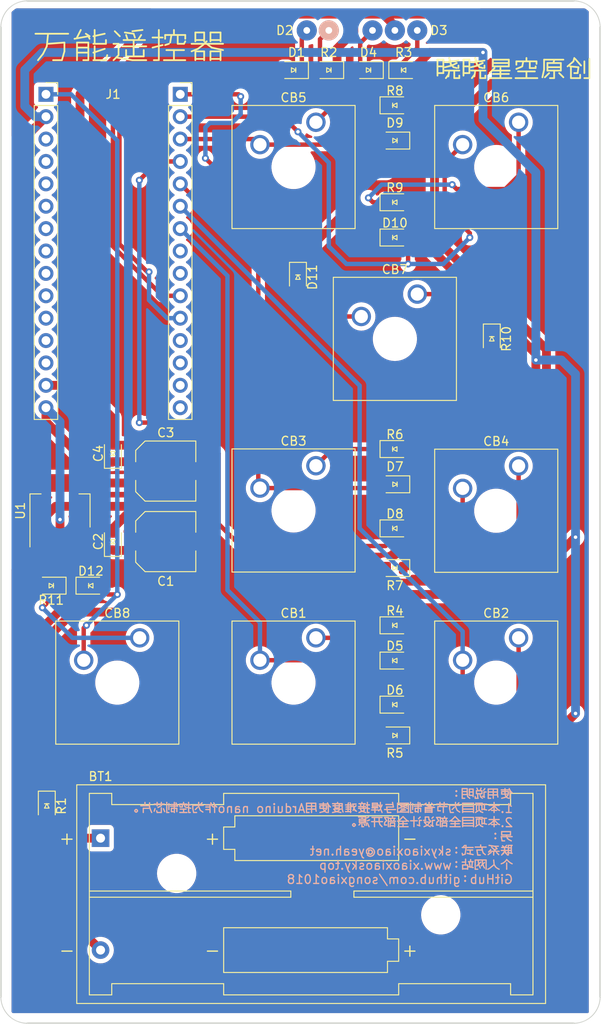
<source format=kicad_pcb>
(kicad_pcb (version 20211014) (generator pcbnew)
  (layers (0 "F.Cu" signal) (31 "B.Cu" signal) (34 "B.Paste" user) (35 "F.Paste" user) (36 "B.SilkS" user "B.Silkscreen") (37 "F.SilkS" user "F.Silkscreen") (38 "B.Mask" user) (39 "F.Mask" user) (44 "Edge.Cuts" user))
  (net 0 "")
  (net 1 "Net-(BT1-Pad1)")
  (net 2 "GND")
  (net 3 "Net-(C1-Pad1)")
  (net 4 "/5V")
  (net 5 "Net-(CB1-Pad1)")
  (net 6 "/D6")
  (net 7 "Net-(CB2-Pad1)")
  (net 8 "/D7")
  (net 9 "Net-(CB3-Pad1)")
  (net 10 "/D8")
  (net 11 "Net-(CB4-Pad1)")
  (net 12 "/D9")
  (net 13 "Net-(CB5-Pad1)")
  (net 14 "/D10")
  (net 15 "Net-(CB6-Pad1)")
  (net 16 "/D11")
  (net 17 "Net-(CB7-Pad1)")
  (net 18 "/D12")
  (net 19 "Net-(CB8-Pad1)")
  (net 20 "/D13")
  (net 21 "Net-(D1-Pad1)")
  (net 22 "/D3")
  (net 23 "Net-(D2-Pad1)")
  (net 24 "Net-(D3-Pad2)")
  (net 25 "/D2")
  (net 26 "+3.3V")
  (net 44 "Net-(D3-Pad3)")
  (footprint "my_pcbmode:C_Elec_6.3x7.7" (layer "F.Cu") (at 127 100.5)
    (fp_text reference "C1" (at 0 4.5) (layer "F.SilkS"))
    (fp_text value "220uF")
    (pad "1" smd roundrect (at -2.5375 0) (size 3.325 1.6) (layers "F.Cu" "F.Paste" "F.Mask") (roundrect_rratio 0.15625) (net 3 "Net-(C1-Pad1)"))
    (pad "2" smd roundrect (at 2.5375 0) (size 3.325 1.6) (layers "F.Cu" "F.Paste" "F.Mask") (roundrect_rratio 0.15625) (net 2 "GND"))
  )
  (footprint "my_pcbmode:SW_Cherry_MX_1.00u_Plate" (layer "F.Cu") (at 167.04 52.92)
    (fp_text reference "CB6" (at -2.54 -2.794) (layer "F.SilkS"))
    (fp_text value "Live")
    (pad "" np_thru_hole circle (at -2.54 5.08) (size 4 4) (drill 4) (layers *.Cu *.Mask))
    (pad "1" thru_hole circle (at 0 0) (size 2.2 2.2) (drill 1.5) (layers *.Cu *.Mask) (net 15 "Net-(CB6-Pad1)"))
    (pad "2" thru_hole circle (at -6.35 2.54) (size 2.2 2.2) (drill 1.5) (layers *.Cu *.Mask) (net 16 "/D11"))
  )
  (footprint "my_pcbmode:LED_0805_2012Metric" (layer "F.Cu") (at 114 105.5 180)
    (fp_text reference "R11" (at 0 -1.65) (layer "F.SilkS"))
    (fp_text value "220R")
    (pad "1" smd roundrect (at -0.9375 0 180) (size 0.975 1.4) (layers "F.Cu" "F.Paste" "F.Mask") (net 19 "Net-(CB8-Pad1)"))
    (pad "2" smd roundrect (at 0.9375 0 180) (size 0.975 1.4) (layers "F.Cu" "F.Paste" "F.Mask") (net 26 "+3.3V"))
  )
  (footprint "my_pcbmode:LED_0805_2012Metric" (layer "F.Cu") (at 153 90)
    (fp_text reference "R6" (at 0 -1.65) (layer "F.SilkS"))
    (fp_text value "220R")
    (pad "1" smd roundrect (at -0.9375 0) (size 0.975 1.4) (layers "F.Cu" "F.Paste" "F.Mask") (net 9 "Net-(CB3-Pad1)"))
    (pad "2" smd roundrect (at 0.9375 0) (size 0.975 1.4) (layers "F.Cu" "F.Paste" "F.Mask") (net 26 "+3.3V"))
  )
  (footprint "my_pcbmode:SW_Cherry_MX_1.00u_Plate" (layer "F.Cu") (at 167.04 91.92)
    (fp_text reference "CB4" (at -2.54 -2.794) (layer "F.SilkS"))
    (fp_text value "Channel-")
    (pad "" np_thru_hole circle (at -2.54 5.08) (size 4 4) (drill 4) (layers *.Cu *.Mask))
    (pad "1" thru_hole circle (at 0 0) (size 2.2 2.2) (drill 1.5) (layers *.Cu *.Mask) (net 11 "Net-(CB4-Pad1)"))
    (pad "2" thru_hole circle (at -6.35 2.54) (size 2.2 2.2) (drill 1.5) (layers *.Cu *.Mask) (net 12 "/D9"))
  )
  (footprint "my_pcbmode:LED_0805_2012Metric" (layer "F.Cu") (at 153 122.5 180)
    (fp_text reference "R5" (at 0 -2) (layer "F.SilkS"))
    (fp_text value "220R")
    (pad "1" smd roundrect (at -0.9375 0 180) (size 0.975 1.4) (layers "F.Cu" "F.Paste" "F.Mask") (net 7 "Net-(CB2-Pad1)"))
    (pad "2" smd roundrect (at 0.9375 0 180) (size 0.975 1.4) (layers "F.Cu" "F.Paste" "F.Mask") (net 26 "+3.3V"))
  )
  (footprint "my_pcbmode:SW_Cherry_MX_1.00u_Plate" (layer "F.Cu") (at 144.04 91.89)
    (fp_text reference "CB3" (at -2.54 -2.794) (layer "F.SilkS"))
    (fp_text value "Channel+")
    (pad "" np_thru_hole circle (at -2.54 5.08) (size 4 4) (drill 4) (layers *.Cu *.Mask))
    (pad "1" thru_hole circle (at 0 0) (size 2.2 2.2) (drill 1.5) (layers *.Cu *.Mask) (net 9 "Net-(CB3-Pad1)"))
    (pad "2" thru_hole circle (at -6.35 2.54) (size 2.2 2.2) (drill 1.5) (layers *.Cu *.Mask) (net 10 "/D8"))
  )
  (footprint "my_pcbmode:LED_0805_2012Metric" (layer "F.Cu") (at 153 119)
    (fp_text reference "D6" (at 0 -1.65) (layer "F.SilkS"))
    (fp_text value "LED")
    (pad "1" smd roundrect (at -0.9375 0) (size 0.975 1.4) (layers "F.Cu" "F.Paste" "F.Mask") (net 2 "GND"))
    (pad "2" smd roundrect (at 0.9375 0) (size 0.975 1.4) (layers "F.Cu" "F.Paste" "F.Mask") (net 8 "/D7"))
  )
  (footprint "my_pcbmode:LED_0805_2012Metric" (layer "F.Cu") (at 153 66)
    (fp_text reference "D10" (at 0 -1.65) (layer "F.SilkS"))
    (fp_text value "LED")
    (pad "1" smd roundrect (at -0.9375 0) (size 0.975 1.4) (layers "F.Cu" "F.Paste" "F.Mask") (net 2 "GND"))
    (pad "2" smd roundrect (at 0.9375 0) (size 0.975 1.4) (layers "F.Cu" "F.Paste" "F.Mask") (net 16 "/D11"))
  )
  (footprint "my_pcbmode:Red_send" (layer "F.Cu") (at 144.25 42.5 180)
    (fp_text reference "D2" (at 3.75 0 unlocked) (layer "F.SilkS"))
    (fp_text value "LED_RED_send")
    (pad "1" thru_hole circle (at -1.25 0 180) (size 2.286 2.286) (drill 0.762) (layers *.Cu *.Mask "B.SilkS") (net 23 "Net-(D2-Pad1)"))
    (pad "2" thru_hole circle (at 1.25 0 180) (size 2.286 2.286) (drill 0.762) (layers *.Cu *.Mask) (net 21 "Net-(D1-Pad1)"))
  )
  (footprint "my_pcbmode:C_Elec_6.3x7.7" (layer "F.Cu") (at 127 92.5)
    (fp_text reference "C3" (at 0 -4.35) (layer "F.SilkS"))
    (fp_text value "220uF")
    (pad "1" smd roundrect (at -2.5375 0) (size 3.325 1.6) (layers "F.Cu" "F.Paste" "F.Mask") (roundrect_rratio 0.15625) (net 4 "/5V"))
    (pad "2" smd roundrect (at 2.5375 0) (size 3.325 1.6) (layers "F.Cu" "F.Paste" "F.Mask") (roundrect_rratio 0.15625) (net 2 "GND"))
  )
  (footprint "my_pcbmode:Red_get" (layer "F.Cu") (at 153 42.5)
    (fp_text reference "D3" (at 5 0 unlocked) (layer "F.SilkS"))
    (fp_text value "LED_send")
    (pad "1" thru_hole circle (at 0 0) (size 2.286 2.286) (drill 0.762) (layers *.Cu *.Mask) (net 2 "GND"))
    (pad "2" thru_hole circle (at 2.54 0) (size 2.286 2.286) (drill 0.762) (layers *.Cu *.Mask) (net 24 "Net-(D3-Pad2)"))
    (pad "3" thru_hole circle (at -2.54 0) (size 2.286 2.286) (drill 0.762) (layers *.Cu *.Mask) (net 44 "Net-(D3-Pad3)"))
  )
  (footprint "my_pcbmode:LED_0805_2012Metric" (layer "F.Cu") (at 118.5 105.5)
    (fp_text reference "D12" (at 0 -1.65) (layer "F.SilkS"))
    (fp_text value "LED")
    (pad "1" smd roundrect (at -0.9375 0) (size 0.975 1.4) (layers "F.Cu" "F.Paste" "F.Mask") (net 2 "GND"))
    (pad "2" smd roundrect (at 0.9375 0) (size 0.975 1.4) (layers "F.Cu" "F.Paste" "F.Mask") (net 20 "/D13"))
  )
  (footprint "my_pcbmode:LED_0805_2012Metric" (layer "F.Cu") (at 141.5 47 180)
    (fp_text reference "D1" (at -0.3425 2) (layer "F.SilkS"))
    (fp_text value "LED_Small")
    (pad "1" smd roundrect (at -0.9375 0 180) (size 0.975 1.4) (layers "F.Cu" "F.Paste" "F.Mask") (net 21 "Net-(D1-Pad1)"))
    (pad "2" smd roundrect (at 0.9375 0 180) (size 0.975 1.4) (layers "F.Cu" "F.Paste" "F.Mask") (net 22 "/D3"))
  )
  (footprint "my_pcbmode:SW_Cherry_MX_1.00u_Plate" (layer "F.Cu") (at 167.04 111.42)
    (fp_text reference "CB2" (at -2.54 -2.794) (layer "F.SilkS"))
    (fp_text value "Voice-")
    (pad "" np_thru_hole circle (at -2.54 5.08) (size 4 4) (drill 4) (layers *.Cu *.Mask))
    (pad "1" thru_hole circle (at 0 0) (size 2.2 2.2) (drill 1.5) (layers *.Cu *.Mask) (net 7 "Net-(CB2-Pad1)"))
    (pad "2" thru_hole circle (at -6.35 2.54) (size 2.2 2.2) (drill 1.5) (layers *.Cu *.Mask) (net 8 "/D7"))
  )
  (footprint "my_pcbmode:SW_Cherry_MX_1.00u_Plate" (layer "F.Cu") (at 144.04 52.92)
    (fp_text reference "CB5" (at -2.54 -2.794) (layer "F.SilkS"))
    (fp_text value "Power")
    (pad "" np_thru_hole circle (at -2.54 5.08) (size 4 4) (drill 4) (layers *.Cu *.Mask))
    (pad "1" thru_hole circle (at 0 0) (size 2.2 2.2) (drill 1.5) (layers *.Cu *.Mask) (net 13 "Net-(CB5-Pad1)"))
    (pad "2" thru_hole circle (at -6.35 2.54) (size 2.2 2.2) (drill 1.5) (layers *.Cu *.Mask) (net 14 "/D10"))
  )
  (footprint "my_pcbmode:LED_0805_2012Metric" (layer "F.Cu") (at 145.5 47 180)
    (fp_text reference "R2" (at 0 2) (layer "F.SilkS"))
    (fp_text value "220R")
    (pad "1" smd roundrect (at -0.9375 0 180) (size 0.975 1.4) (layers "F.Cu" "F.Paste" "F.Mask") (net 2 "GND"))
    (pad "2" smd roundrect (at 0.9375 0 180) (size 0.975 1.4) (layers "F.Cu" "F.Paste" "F.Mask") (net 23 "Net-(D2-Pad1)"))
  )
  (footprint "my_pcbmode:BatteryHolder_2xAAA_5" (layer "F.Cu") (at 119.6 134.15)
    (fp_text reference "BT1" (at 0 -7) (layer "F.SilkS"))
    (fp_text value "Battery")
    (fp_text user "-" (at -3.81 12.7) (layer "F.SilkS") (effects (font (size 1.5 1.5))))
    (fp_text user "+" (at 12.7 0) (layer "F.SilkS") (effects (font (size 1.5 1.5))))
    (fp_text user "-" (at 35.1 0) (layer "F.SilkS") (effects (font (size 1.5 1.5))))
    (fp_text user "+" (at -3.81 0) (layer "F.SilkS") (effects (font (size 1.5 1.5))))
    (fp_text user "-" (at 12.7 12.7) (layer "F.SilkS") (effects (font (size 1.5 1.5))))
    (fp_text user "+" (at 35.1 12.7) (layer "F.SilkS") (effects (font (size 1.5 1.5))))
    (pad "" np_thru_hole circle (at 38.61 8.7) (size 3.45 3.45) (drill 3.45) (layers *.Cu *.Mask))
    (pad "" np_thru_hole circle (at 8.64 4) (size 3.45 3.45) (drill 3.45) (layers *.Cu))
    (pad "1" thru_hole rect (at 0 0) (size 2 2) (drill 1.02) (layers *.Cu *.Mask) (net 1 "Net-(BT1-Pad1)"))
    (pad "2" thru_hole circle (at 0 12.7) (size 2 2) (drill 1.02) (layers *.Cu *.Mask) (net 2 "GND"))
  )
  (footprint "my_pcbmode:LED_0805_2012Metric" (layer "F.Cu") (at 153 62)
    (fp_text reference "R9" (at 0 -1.65) (layer "F.SilkS"))
    (fp_text value "220R")
    (pad "1" smd roundrect (at -0.9375 0) (size 0.975 1.4) (layers "F.Cu" "F.Paste" "F.Mask") (net 15 "Net-(CB6-Pad1)"))
    (pad "2" smd roundrect (at 0.9375 0) (size 0.975 1.4) (layers "F.Cu" "F.Paste" "F.Mask") (net 26 "+3.3V"))
  )
  (footprint "my_pcbmode:LED_0805_2012Metric" (layer "F.Cu") (at 164 77.5 -90)
    (fp_text reference "R10" (at 0 -1.65 90) (layer "F.SilkS"))
    (fp_text value "220R")
    (pad "1" smd roundrect (at -0.9375 0 270) (size 0.975 1.4) (layers "F.Cu" "F.Paste" "F.Mask") (net 17 "Net-(CB7-Pad1)"))
    (pad "2" smd roundrect (at 0.9375 0 270) (size 0.975 1.4) (layers "F.Cu" "F.Paste" "F.Mask") (net 26 "+3.3V"))
  )
  (footprint "my_pcbmode:LED_0805_2012Metric" (layer "F.Cu") (at 153 103.5 180)
    (fp_text reference "R7" (at 0 -2) (layer "F.SilkS"))
    (fp_text value "220R")
    (pad "1" smd roundrect (at -0.9375 0 180) (size 0.975 1.4) (layers "F.Cu" "F.Paste" "F.Mask") (net 11 "Net-(CB4-Pad1)"))
    (pad "2" smd roundrect (at 0.9375 0 180) (size 0.975 1.4) (layers "F.Cu" "F.Paste" "F.Mask") (net 26 "+3.3V"))
  )
  (footprint "my_pcbmode:LED_0805_2012Metric" (layer "F.Cu") (at 153 99)
    (fp_text reference "D8" (at 0 -1.65) (layer "F.SilkS"))
    (fp_text value "LED")
    (pad "1" smd roundrect (at -0.9375 0) (size 0.975 1.4) (layers "F.Cu" "F.Paste" "F.Mask") (net 2 "GND"))
    (pad "2" smd roundrect (at 0.9375 0) (size 0.975 1.4) (layers "F.Cu" "F.Paste" "F.Mask") (net 12 "/D9"))
  )
  (footprint "my_pcbmode:LED_0805_2012Metric" (layer "F.Cu") (at 153 94 180)
    (fp_text reference "D7" (at 0 2) (layer "F.SilkS"))
    (fp_text value "LED")
    (pad "1" smd roundrect (at -0.9375 0 180) (size 0.975 1.4) (layers "F.Cu" "F.Paste" "F.Mask") (net 2 "GND"))
    (pad "2" smd roundrect (at 0.9375 0 180) (size 0.975 1.4) (layers "F.Cu" "F.Paste" "F.Mask") (net 10 "/D8"))
  )
  (footprint "my_pcbmode:SW_Cherry_MX_1.00u_Plate" (layer "F.Cu") (at 144.04 111.42)
    (fp_text reference "CB1" (at -2.54 -2.794) (layer "F.SilkS"))
    (fp_text value "Voice+")
    (pad "" np_thru_hole circle (at -2.54 5.08) (size 4 4) (drill 4) (layers *.Cu *.Mask))
    (pad "1" thru_hole circle (at 0 0) (size 2.2 2.2) (drill 1.5) (layers *.Cu *.Mask) (net 5 "Net-(CB1-Pad1)"))
    (pad "2" thru_hole circle (at -6.35 2.54) (size 2.2 2.2) (drill 1.5) (layers *.Cu *.Mask) (net 6 "/D6"))
  )
  (footprint "my_pcbmode:PinSocket_2x15_P2.54mm_nano" (layer "F.Cu") (at 121.025 49.75)
    (fp_text reference "J1" (at 0 0) (layer "F.SilkS"))
    (fp_text value "Conn_02x15_Female")
    (pad "1" thru_hole rect (at -7.62 0) (size 1.7 1.7) (drill 1) (layers *.Cu *.Mask) (net 20 "/D13"))
    (pad "2" thru_hole oval (at -7.62 2.54) (size 1.7 1.7) (drill 1) (layers *.Cu *.Mask) (net 26 "+3.3V"))
    (pad "3" thru_hole oval (at -7.62 5.08) (size 1.7 1.7) (drill 1) (layers *.Cu *.Mask))
    (pad "4" thru_hole oval (at -7.62 7.62) (size 1.7 1.7) (drill 1) (layers *.Cu *.Mask))
    (pad "5" thru_hole oval (at -7.62 10.16) (size 1.7 1.7) (drill 1) (layers *.Cu *.Mask))
    (pad "6" thru_hole oval (at -7.62 12.7) (size 1.7 1.7) (drill 1) (layers *.Cu *.Mask))
    (pad "7" thru_hole oval (at -7.62 15.24) (size 1.7 1.7) (drill 1) (layers *.Cu *.Mask))
    (pad "8" thru_hole oval (at -7.62 17.78) (size 1.7 1.7) (drill 1) (layers *.Cu *.Mask))
    (pad "9" thru_hole oval (at -7.62 20.32) (size 1.7 1.7) (drill 1) (layers *.Cu *.Mask))
    (pad "10" thru_hole oval (at -7.62 22.86) (size 1.7 1.7) (drill 1) (layers *.Cu *.Mask))
    (pad "11" thru_hole oval (at -7.62 25.4) (size 1.7 1.7) (drill 1) (layers *.Cu *.Mask))
    (pad "12" thru_hole oval (at -7.62 27.94) (size 1.7 1.7) (drill 1) (layers *.Cu *.Mask))
    (pad "13" thru_hole oval (at -7.62 30.48) (size 1.7 1.7) (drill 1) (layers *.Cu *.Mask))
    (pad "14" thru_hole oval (at -7.62 33.02) (size 1.7 1.7) (drill 1) (layers *.Cu *.Mask) (net 2 "GND"))
    (pad "15" thru_hole oval (at -7.62 35.56) (size 1.7 1.7) (drill 1) (layers *.Cu *.Mask) (net 4 "/5V"))
    (pad "16" thru_hole rect (at 7.62 0) (size 1.7 1.7) (drill 1) (layers *.Cu *.Mask) (net 18 "/D12"))
    (pad "17" thru_hole oval (at 7.62 2.54) (size 1.7 1.7) (drill 1) (layers *.Cu *.Mask) (net 16 "/D11"))
    (pad "18" thru_hole oval (at 7.62 5.08) (size 1.7 1.7) (drill 1) (layers *.Cu *.Mask) (net 14 "/D10"))
    (pad "19" thru_hole oval (at 7.62 7.62) (size 1.7 1.7) (drill 1) (layers *.Cu *.Mask) (net 12 "/D9"))
    (pad "20" thru_hole oval (at 7.62 10.16) (size 1.7 1.7) (drill 1) (layers *.Cu *.Mask) (net 10 "/D8"))
    (pad "21" thru_hole oval (at 7.62 12.7) (size 1.7 1.7) (drill 1) (layers *.Cu *.Mask) (net 8 "/D7"))
    (pad "22" thru_hole oval (at 7.62 15.24) (size 1.7 1.7) (drill 1) (layers *.Cu *.Mask) (net 6 "/D6"))
    (pad "23" thru_hole oval (at 7.62 17.78) (size 1.7 1.7) (drill 1) (layers *.Cu *.Mask))
    (pad "24" thru_hole oval (at 7.62 20.32) (size 1.7 1.7) (drill 1) (layers *.Cu *.Mask))
    (pad "25" thru_hole oval (at 7.62 22.86) (size 1.7 1.7) (drill 1) (layers *.Cu *.Mask) (net 22 "/D3"))
    (pad "26" thru_hole oval (at 7.62 25.4) (size 1.7 1.7) (drill 1) (layers *.Cu *.Mask) (net 25 "/D2"))
    (pad "27" thru_hole oval (at 7.62 27.94) (size 1.7 1.7) (drill 1) (layers *.Cu *.Mask))
    (pad "28" thru_hole oval (at 7.62 30.48) (size 1.7 1.7) (drill 1) (layers *.Cu *.Mask))
    (pad "29" thru_hole oval (at 7.62 33.02) (size 1.7 1.7) (drill 1) (layers *.Cu *.Mask))
    (pad "30" thru_hole oval (at 7.62 35.56) (size 1.7 1.7) (drill 1) (layers *.Cu *.Mask))
  )
  (footprint "my_pcbmode:LED_0805_2012Metric" (layer "F.Cu") (at 153 51)
    (fp_text reference "R8" (at 0 -1.65) (layer "F.SilkS"))
    (fp_text value "220R")
    (pad "1" smd roundrect (at -0.9375 0) (size 0.975 1.4) (layers "F.Cu" "F.Paste" "F.Mask") (net 13 "Net-(CB5-Pad1)"))
    (pad "2" smd roundrect (at 0.9375 0) (size 0.975 1.4) (layers "F.Cu" "F.Paste" "F.Mask") (net 26 "+3.3V"))
  )
  (footprint "my_pcbmode:LED_0805_2012Metric" (layer "F.Cu") (at 153 55 180)
    (fp_text reference "D9" (at 0 2) (layer "F.SilkS"))
    (fp_text value "LED")
    (pad "1" smd roundrect (at -0.9375 0 180) (size 0.975 1.4) (layers "F.Cu" "F.Paste" "F.Mask") (net 2 "GND"))
    (pad "2" smd roundrect (at 0.9375 0 180) (size 0.975 1.4) (layers "F.Cu" "F.Paste" "F.Mask") (net 14 "/D10"))
  )
  (footprint "my_pcbmode:LED_0805_2012Metric" (layer "F.Cu") (at 150 47 180)
    (fp_text reference "D4" (at 0 2) (layer "F.SilkS"))
    (fp_text value "LED_Small")
    (pad "1" smd roundrect (at -0.9375 0 180) (size 0.975 1.4) (layers "F.Cu" "F.Paste" "F.Mask") (net 25 "/D2"))
    (pad "2" smd roundrect (at 0.9375 0 180) (size 0.975 1.4) (layers "F.Cu" "F.Paste" "F.Mask") (net 44 "Net-(D3-Pad3)"))
  )
  (footprint "my_pcbmode:LED_0805_2012Metric" (layer "F.Cu") (at 113.5 130.5 -90)
    (fp_text reference "R1" (at 0 -1.65 90) (layer "F.SilkS"))
    (fp_text value "0.5A")
    (pad "1" smd roundrect (at -0.9375 0 270) (size 0.975 1.4) (layers "F.Cu" "F.Paste" "F.Mask") (net 3 "Net-(C1-Pad1)"))
    (pad "2" smd roundrect (at 0.9375 0 270) (size 0.975 1.4) (layers "F.Cu" "F.Paste" "F.Mask") (net 1 "Net-(BT1-Pad1)"))
  )
  (footprint "my_pcbmode:SW_Cherry_MX_1.00u_Plate" (layer "F.Cu") (at 155.54 72.42)
    (fp_text reference "CB7" (at -2.54 -2.794) (layer "F.SilkS"))
    (fp_text value "OK")
    (pad "" np_thru_hole circle (at -2.54 5.08) (size 4 4) (drill 4) (layers *.Cu *.Mask))
    (pad "1" thru_hole circle (at 0 0) (size 2.2 2.2) (drill 1.5) (layers *.Cu *.Mask) (net 17 "Net-(CB7-Pad1)"))
    (pad "2" thru_hole circle (at -6.35 2.54) (size 2.2 2.2) (drill 1.5) (layers *.Cu *.Mask) (net 18 "/D12"))
  )
  (footprint "my_pcbmode:LED_0805_2012Metric" (layer "F.Cu") (at 153 110)
    (fp_text reference "R4" (at 0 -1.65) (layer "F.SilkS"))
    (fp_text value "220R")
    (pad "1" smd roundrect (at -0.9375 0) (size 0.975 1.4) (layers "F.Cu" "F.Paste" "F.Mask") (net 5 "Net-(CB1-Pad1)"))
    (pad "2" smd roundrect (at 0.9375 0) (size 0.975 1.4) (layers "F.Cu" "F.Paste" "F.Mask") (net 26 "+3.3V"))
  )
  (footprint "Package_TO_SOT_SMD:SOT-223-3_TabPin2" (layer "F.Cu") (at 115 97 90)
    (fp_text reference "U1" (at 0 -4.5 90) (layer "F.SilkS"))
    (fp_text value "AMS1117-5.0")
    (pad "1" smd rect (at -3.15 -2.3 90) (size 2 1.5) (layers "F.Cu" "F.Paste" "F.Mask") (net 2 "GND"))
    (pad "2" smd rect (at 3.15 0 90) (size 2 3.8) (layers "F.Cu" "F.Paste" "F.Mask") (net 4 "/5V"))
    (pad "2" smd rect (at -3.15 0 90) (size 2 1.5) (layers "F.Cu" "F.Paste" "F.Mask") (net 4 "/5V"))
    (pad "3" smd rect (at -3.15 2.3 90) (size 2 1.5) (layers "F.Cu" "F.Paste" "F.Mask") (net 3 "Net-(C1-Pad1)"))
  )
  (footprint "my_pcbmode:SW_Cherry_MX_1.00u_Plate" (layer "F.Cu") (at 124.04 111.42)
    (fp_text reference "CB8" (at -2.54 -2.794) (layer "F.SilkS"))
    (fp_text value "Text")
    (pad "" np_thru_hole circle (at -2.54 5.08) (size 4 4) (drill 4) (layers *.Cu *.Mask))
    (pad "1" thru_hole circle (at 0 0) (size 2.2 2.2) (drill 1.5) (layers *.Cu *.Mask) (net 19 "Net-(CB8-Pad1)"))
    (pad "2" thru_hole circle (at -6.35 2.54) (size 2.2 2.2) (drill 1.5) (layers *.Cu *.Mask) (net 20 "/D13"))
  )
  (footprint "my_pcbmode:LED_0805_2012Metric" (layer "F.Cu") (at 154 47)
    (fp_text reference "R3" (at 0 -2) (layer "F.SilkS"))
    (fp_text value "220R")
    (pad "1" smd roundrect (at -0.9375 0) (size 0.975 1.4) (layers "F.Cu" "F.Paste" "F.Mask") (net 24 "Net-(D3-Pad2)"))
    (pad "2" smd roundrect (at 0.9375 0) (size 0.975 1.4) (layers "F.Cu" "F.Paste" "F.Mask") (net 26 "+3.3V"))
  )
  (footprint "my_pcbmode:LED_0805_2012Metric" (layer "F.Cu") (at 121 100.5 90)
    (fp_text reference "C2" (at 0 -1.65 90) (layer "F.SilkS"))
    (fp_text value "0.1uF")
    (pad "1" smd roundrect (at -0.9375 0 90) (size 0.975 1.4) (layers "F.Cu" "F.Paste" "F.Mask") (net 3 "Net-(C1-Pad1)"))
    (pad "2" smd roundrect (at 0.9375 0 90) (size 0.975 1.4) (layers "F.Cu" "F.Paste" "F.Mask") (net 2 "GND"))
  )
  (footprint "my_pcbmode:LED_0805_2012Metric" (layer "F.Cu") (at 153 114)
    (fp_text reference "D5" (at 0 -1.65) (layer "F.SilkS"))
    (fp_text value "LED")
    (pad "1" smd roundrect (at -0.9375 0) (size 0.975 1.4) (layers "F.Cu" "F.Paste" "F.Mask") (net 2 "GND"))
    (pad "2" smd roundrect (at 0.9375 0) (size 0.975 1.4) (layers "F.Cu" "F.Paste" "F.Mask") (net 6 "/D6"))
  )
  (footprint "my_pcbmode:LED_0805_2012Metric" (layer "F.Cu") (at 121 90.5 90)
    (fp_text reference "C4" (at 0 -1.65 90) (layer "F.SilkS"))
    (fp_text value "0.1uF")
    (pad "1" smd roundrect (at -0.9375 0 90) (size 0.975 1.4) (layers "F.Cu" "F.Paste" "F.Mask") (net 4 "/5V"))
    (pad "2" smd roundrect (at 0.9375 0 90) (size 0.975 1.4) (layers "F.Cu" "F.Paste" "F.Mask") (net 2 "GND"))
  )
  (footprint "my_pcbmode:LED_0805_2012Metric" (layer "F.Cu") (at 142 70.5 -90)
    (fp_text reference "D11" (at 0 -1.65 90) (layer "F.SilkS"))
    (fp_text value "LED")
    (pad "1" smd roundrect (at -0.9375 0 270) (size 0.975 1.4) (layers "F.Cu" "F.Paste" "F.Mask") (net 2 "GND"))
    (pad "2" smd roundrect (at 0.9375 0 270) (size 0.975 1.4) (layers "F.Cu" "F.Paste" "F.Mask") (net 18 "/D12"))
  )
  (footprint "my_pcbmode:name" (layer "B.Cu") (at 151.24389 85.345702 180)
    (fp_text reference "G***" hide)
    (fp_text value "LOGO" hide)
  )
  (gr_arc (start 111.29 155.15) (mid 109.16868 154.27132) (end 108.29 152.15) (layer "Edge.Cuts") (width 0.1))
  (gr_line (start 173.29 155.15) (end 111.29 155.15) (layer "Edge.Cuts") (width 0.2))
  (gr_line (start 176.29 42.15) (end 176.29 152.15) (layer "Edge.Cuts") (width 0.2))
  (gr_arc (start 108.29 42.15) (mid 109.16868 40.02868) (end 111.29 39.15) (layer "Edge.Cuts") (width 0.1))
  (gr_line (start 108.29 152.15) (end 108.29 42.15) (layer "Edge.Cuts") (width 0.2))
  (gr_arc (start 176.29 152.15) (mid 175.41132 154.27132) (end 173.29 155.15) (layer "Edge.Cuts") (width 0.1))
  (gr_line (start 111.29 39.15) (end 173.29 39.15) (layer "Edge.Cuts") (width 0.2))
  (gr_arc (start 173.29 39.15) (mid 175.41132 40.02868) (end 176.29 42.15) (layer "Edge.Cuts") (width 0.1))
  (gr_text "使用说明：\n1.本项目为节省制图与焊接难度使用Arduino nano作为控制芯片。\n2.本项目全部设计全部开源。\n另：\n联系方式：skyxiaoxiao@yeah.net\n个人网站：www.xiaoxiaosky.top\nGitHub：github.com/songxiao1018" (at 166.5 134) (layer "B.SilkS") (effects (font (size 1 1)) (justify left mirror)))
  (gr_text "万能遥控器" (at 123 44.5) (layer "F.SilkS") (effects (font (size 3 3) (thickness 0.2))))
  (gr_text "晓晓星空原创" (at 166.5 47) (layer "F.SilkS") (effects (font (size 2 2) (thickness 0.2))))
  (segment (start 116.2125 134.15) (end 113.5 131.4375) (width 1) (layer "F.Cu") (net 1))
  (segment (start 119.6 134.15) (end 116.2125 134.15) (width 1) (layer "F.Cu") (net 1))
  (segment (start 142 68.5) (end 147.5 63) (width 1) (layer "F.Cu") (net 2))
  (segment (start 129.5375 99.5375) (end 129.5375 100.5) (width 1) (layer "F.Cu") (net 2))
  (segment (start 126.5 96.5) (end 129.5375 99.5375) (width 1) (layer "F.Cu") (net 2))
  (segment (start 148.343 40.657) (end 151.657 40.657) (width 1) (layer "F.Cu") (net 2))
  (segment (start 117.5625 104.5625) (end 115.5 102.5) (width 1) (layer "F.Cu") (net 2))
  (segment (start 129.5375 92.5) (end 129.5375 99.5375) (width 1) (layer "F.Cu") (net 2))
  (segment (start 117.5625 105.740444) (end 117.5625 105.5) (width 1) (layer "F.Cu") (net 2))
  (segment (start 153 42) (end 153 42.5) (width 1) (layer "F.Cu") (net 2))
  (segment (start 117.27 49.73) (end 126.343 40.657) (width 1) (layer "F.Cu") (net 2))
  (segment (start 152.0625 119) (end 152.0625 114) (width 1) (layer "F.Cu") (net 2))
  (segment (start 161.497056 91.2) (end 170.2 82.497056) (width 1) (layer "F.Cu") (net 2))
  (segment (start 112.7 100.7) (end 112.7 100.15) (width 1) (layer "F.Cu") (net 2))
  (segment (start 152.0625 66) (end 150.5 66) (width 1) (layer "F.Cu") (net 2))
  (segment (start 111.5 111.802944) (end 117.5625 105.740444) (width 1) (layer "F.Cu") (net 2))
  (segment (start 147.5 60) (end 149 58.5) (width 1) (layer "F.Cu") (net 2))
  (segment (start 156.7375 91.2) (end 161.497056 91.2) (width 1) (layer "F.Cu") (net 2))
  (segment (start 117.27 82.77) (end 117.27 49.73) (width 1) (layer "F.Cu") (net 2))
  (segment (start 153.9375 96.0625) (end 153.9375 94) (width 1) (layer "F.Cu") (net 2))
  (segment (start 121 86.5) (end 121 89.5625) (width 1) (layer "F.Cu") (net 2))
  (segment (start 129.5375 115.0375) (end 135.5 121) (width 1) (layer "F.Cu") (net 2))
  (segment (start 165 44) (end 161.657 40.657) (width 1) (layer "F.Cu") (net 2))
  (segment (start 161.657 40.657) (end 151.657 40.657) (width 1) (layer "F.Cu") (net 2))
  (segment (start 142 69.5625) (end 142 68.5) (width 1) (layer "F.Cu") (net 2))
  (segment (start 114.5 102.5) (end 112.7 100.7) (width 1) (layer "F.Cu") (net 2))
  (segment (start 119.6 146.85) (end 111.5 138.75) (width 1) (layer "F.Cu") (net 2))
  (segment (start 123.5 96.5) (end 126.5 96.5) (width 1) (layer "F.Cu") (net 2))
  (segment (start 165 47.5) (end 165 44) (width 1) (layer "F.Cu") (net 2))
  (segment (start 146.4375 44.5625) (end 148.343 42.657) (width 1) (layer "F.Cu") (net 2))
  (segment (start 115.5 102.5) (end 114.5 102.5) (width 1) (layer "F.Cu") (net 2))
  (segment (start 117.27 82.77) (end 121 86.5) (width 1) (layer "F.Cu") (net 2))
  (segment (start 112.7 98.3) (end 114.5 96.5) (width 1) (layer "F.Cu") (net 2))
  (segment (start 152.0625 99) (end 152.0625 97.9375) (width 1) (layer "F.Cu") (net 2))
  (segment (start 152.0625 97.9375) (end 153.9375 96.0625) (width 1) (layer "F.Cu") (net 2))
  (segment (start 149 58.5) (end 152 58.5) (width 1) (layer "F.Cu") (net 2))
  (segment (start 157.5 55) (end 165 47.5) (width 1) (layer "F.Cu") (net 2))
  (segment (start 113.405 82.77) (end 117.27 82.77) (width 1) (layer "F.Cu") (net 2))
  (segment (start 151.657 40.657) (end 153 42) (width 1) (layer "F.Cu") (net 2))
  (segment (start 150.0625 121) (end 152.0625 119) (width 1) (layer "F.Cu") (net 2))
  (segment (start 157.5 66) (end 157.5 55) (width 1) (layer "F.Cu") (net 2))
  (segment (start 136.343 40.657) (end 148.343 40.657) (width 1) (layer "F.Cu") (net 2))
  (segment (start 121 99.5625) (end 121 99) (width 1) (layer "F.Cu") (net 2))
  (segment (start 153.9375 56.5625) (end 153.9375 55) (width 1) (layer "F.Cu") (net 2))
  (segment (start 121 99) (end 123.5 96.5) (width 1) (layer "F.Cu") (net 2))
  (segment (start 117.5625 105.5) (end 117.5625 104.5625) (width 1) (layer "F.Cu") (net 2))
  (segment (start 112.7 100.15) (end 112.7 98.3) (width 1) (layer "F.Cu") (net 2))
  (segment (start 126.6 89.5625) (end 129.5375 92.5) (width 1) (layer "F.Cu") (net 2))
  (segment (start 147.5 63) (end 147.5 60) (width 1) (layer "F.Cu") (net 2))
  (segment (start 121 89.5625) (end 126.6 89.5625) (width 1) (layer "F.Cu") (net 2))
  (segment (start 170.2 78.7) (end 157.5 66) (width 1) (layer "F.Cu") (net 2))
  (segment (start 152 58.5) (end 153.9375 56.5625) (width 1) (layer "F.Cu") (net 2))
  (segment (start 146.4375 47) (end 146.4375 44.5625) (width 1) (layer "F.Cu") (net 2))
  (segment (start 129.5375 100.5) (end 129.5375 115.0375) (width 1) (layer "F.Cu") (net 2))
  (segment (start 150.5 66) (end 147.5 63) (width 1) (layer "F.Cu") (net 2))
  (segment (start 114.5 96.5) (end 123.5 96.5) (width 1) (layer "F.Cu") (net 2))
  (segment (start 135.5 121) (end 150.0625 121) (width 1) (layer "F.Cu") (net 2))
  (segment (start 170.2 82.497056) (end 170.2 78.7) (width 1) (layer "F.Cu") (net 2))
  (segment (start 148.343 42.657) (end 148.343 40.657) (width 1) (layer "F.Cu") (net 2))
  (segment (start 111.5 138.75) (end 111.5 111.802944) (width 1) (layer "F.Cu") (net 2))
  (segment (start 126.343 40.657) (end 136.343 40.657) (width 1) (layer "F.Cu") (net 2))
  (segment (start 153.9375 55) (end 157.5 55) (width 1) (layer "F.Cu") (net 2))
  (segment (start 153.9375 94) (end 156.7375 91.2) (width 1) (layer "F.Cu") (net 2))
  (segment (start 121 101.4375) (end 118.5875 101.4375) (width 1) (layer "F.Cu") (net 3))
  (segment (start 121.5 108.5) (end 124.4625 105.5375) (width 1) (layer "F.Cu") (net 3))
  (segment (start 113.5 129.5625) (end 113.5 111.5) (width 1) (layer "F.Cu") (net 3))
  (segment (start 116.5 108.5) (end 121.5 108.5) (width 1) (layer "F.Cu") (net 3))
  (segment (start 121.0625 101.5) (end 121 101.4375) (width 1) (layer "F.Cu") (net 3))
  (segment (start 124.4625 105.5375) (end 124.4625 100.5) (width 1) (layer "F.Cu") (net 3))
  (segment (start 123.5 100.5) (end 122.5 101.5) (width 1) (layer "F.Cu") (net 3))
  (segment (start 113.5 111.5) (end 116.5 108.5) (width 1) (layer "F.Cu") (net 3))
  (segment (start 124.4625 100.5) (end 123.5 100.5) (width 1) (layer "F.Cu") (net 3))
  (segment (start 118.5875 101.4375) (end 117.3 100.15) (width 1) (layer "F.Cu") (net 3))
  (segment (start 122.5 101.5) (end 121.0625 101.5) (width 1) (layer "F.Cu") (net 3))
  (segment (start 120.9375 91.5) (end 118 91.5) (width 1) (layer "F.Cu") (net 4))
  (segment (start 123.4 91.4375) (end 124.4625 92.5) (width 1) (layer "F.Cu") (net 4))
  (segment (start 115 100.15) (end 115 98) (width 1) (layer "F.Cu") (net 4))
  (segment (start 121 91.4375) (end 120.9375 91.5) (width 1) (layer "F.Cu") (net 4))
  (segment (start 123.1125 93.85) (end 124.4625 92.5) (width 1) (layer "F.Cu") (net 4))
  (segment (start 118 91.5) (end 113.405 86.905) (width 1) (layer "F.Cu") (net 4))
  (segment (start 115 93.85) (end 123.1125 93.85) (width 1) (layer "F.Cu") (net 4))
  (segment (start 121 91.4375) (end 123.4 91.4375) (width 1) (layer "F.Cu") (net 4))
  (segment (start 113.405 86.905) (end 113.405 85.31) (width 1) (layer "F.Cu") (net 4))
  (via (at 115 98) (size 0.8) (drill 0.4) (layers "F.Cu" "B.Cu") (net 4))
  (segment (start 115 86.905) (end 113.405 85.31) (width 1) (layer "B.Cu") (net 4))
  (segment (start 115 98) (end 115 86.905) (width 1) (layer "B.Cu") (net 4))
  (segment (start 152.0625 110) (end 150.6425 111.42) (width 0.5) (layer "F.Cu") (net 5))
  (segment (start 150.6425 111.42) (end 144.04 111.42) (width 0.5) (layer "F.Cu") (net 5))
  (segment (start 153.9375 113.4375) (end 153.9375 114) (width 0.5) (layer "F.Cu") (net 6))
  (segment (start 152.5 112) (end 153.9375 113.4375) (width 0.5) (layer "F.Cu") (net 6))
  (segment (start 149.54 113.96) (end 151.5 112) (width 0.5) (layer "F.Cu") (net 6))
  (segment (start 151.5 112) (end 152.5 112) (width 0.5) (layer "F.Cu") (net 6))
  (segment (start 137.69 113.96) (end 149.54 113.96) (width 0.5) (layer "F.Cu") (net 6))
  (segment (start 134 70.345) (end 134 106) (width 0.5) (layer "B.Cu") (net 6))
  (segment (start 128.645 64.99) (end 134 70.345) (width 0.5) (layer "B.Cu") (net 6))
  (segment (start 134 106) (end 137.69 109.69) (width 0.5) (layer "B.Cu") (net 6))
  (segment (start 137.69 109.69) (end 137.69 113.96) (width 0.5) (layer "B.Cu") (net 6))
  (segment (start 164.5 122.5) (end 167.04 119.96) (width 0.5) (layer "F.Cu") (net 7))
  (segment (start 167.04 119.96) (end 167.04 111.42) (width 0.5) (layer "F.Cu") (net 7))
  (segment (start 153.9375 122.5) (end 164.5 122.5) (width 0.5) (layer "F.Cu") (net 7))
  (segment (start 158 119) (end 153.9375 119) (width 0.5) (layer "F.Cu") (net 8))
  (segment (start 160.69 113.96) (end 160.69 116.31) (width 0.5) (layer "F.Cu") (net 8))
  (segment (start 160.69 116.31) (end 158 119) (width 0.5) (layer "F.Cu") (net 8))
  (segment (start 149 82.805) (end 149 99) (width 0.5) (layer "B.Cu") (net 8))
  (segment (start 149 99) (end 160.69 110.69) (width 0.5) (layer "B.Cu") (net 8))
  (segment (start 160.69 110.69) (end 160.69 113.96) (width 0.5) (layer "B.Cu") (net 8))
  (segment (start 128.645 62.45) (end 149 82.805) (width 0.5) (layer "B.Cu") (net 8))
  (segment (start 152.0625 90) (end 145.93 90) (width 0.5) (layer "F.Cu") (net 9))
  (segment (start 145.93 90) (end 144.04 91.89) (width 0.5) (layer "F.Cu") (net 9))
  (segment (start 152.0625 94) (end 151.6325 94.43) (width 0.5) (layer "F.Cu") (net 10))
  (segment (start 137.5 68.765) (end 128.645 59.91) (width 0.5) (layer "F.Cu") (net 10))
  (segment (start 137.5 94.24) (end 137.5 68.765) (width 0.5) (layer "F.Cu") (net 10))
  (segment (start 137.69 94.43) (end 137.5 94.24) (width 0.5) (layer "F.Cu") (net 10))
  (segment (start 151.6325 94.43) (end 137.69 94.43) (width 0.5) (layer "F.Cu") (net 10))
  (segment (start 162.5 103.5) (end 153.9375 103.5) (width 0.5) (layer "F.Cu") (net 11))
  (segment (start 167.04 98.96) (end 162.5 103.5) (width 0.5) (layer "F.Cu") (net 11))
  (segment (start 167.04 91.92) (end 167.04 98.96) (width 0.5) (layer "F.Cu") (net 11))
  (segment (start 133 98.5) (end 135.5 101) (width 0.5) (layer "F.Cu") (net 12))
  (segment (start 159 99) (end 153.9375 99) (width 0.5) (layer "F.Cu") (net 12))
  (segment (start 160.69 94.46) (end 160.69 97.31) (width 0.5) (layer "F.Cu") (net 12))
  (segment (start 135.5 101) (end 151.9375 101) (width 0.5) (layer "F.Cu") (net 12))
  (segment (start 129.5 87) (end 133 90.5) (width 0.5) (layer "F.Cu") (net 12))
  (segment (start 160.69 97.31) (end 159 99) (width 0.5) (layer "F.Cu") (net 12))
  (segment (start 124 87) (end 129.5 87) (width 0.5) (layer "F.Cu") (net 12))
  (segment (start 126.13 57.37) (end 124 59.5) (width 0.5) (layer "F.Cu") (net 12))
  (segment (start 133 90.5) (end 133 98.5) (width 0.5) (layer "F.Cu") (net 12))
  (segment (start 128.645 57.37) (end 126.13 57.37) (width 0.5) (layer "F.Cu") (net 12))
  (segment (start 151.9375 101) (end 153.9375 99) (width 0.5) (layer "F.Cu") (net 12))
  (via (at 124 59.5) (size 0.8) (drill 0.4) (layers "F.Cu" "B.Cu") (net 12))
  (via (at 124 87) (size 0.8) (drill 0.4) (layers "F.Cu" "B.Cu") (net 12))
  (segment (start 124 59.5) (end 124 87) (width 0.5) (layer "B.Cu") (net 12))
  (segment (start 145.96 51) (end 152.0625 51) (width 0.5) (layer "F.Cu") (net 13))
  (segment (start 144.04 52.92) (end 145.96 51) (width 0.5) (layer "F.Cu") (net 13))
  (segment (start 151.6025 55.46) (end 152.0625 55) (width 0.5) (layer "F.Cu") (net 14))
  (segment (start 137.69 55.46) (end 151.6025 55.46) (width 0.5) (layer "F.Cu") (net 14))
  (segment (start 137.06 54.83) (end 137.69 55.46) (width 0.5) (layer "F.Cu") (net 14))
  (segment (start 128.645 54.83) (end 137.06 54.83) (width 0.5) (layer "F.Cu") (net 14))
  (segment (start 150.5 62) (end 150 61.5) (width 0.5) (layer "F.Cu") (net 15))
  (segment (start 165.535535 60.500001) (end 167.04 58.995536) (width 0.5) (layer "F.Cu") (net 15))
  (segment (start 152.0625 62) (end 150.5 62) (width 0.5) (layer "F.Cu") (net 15))
  (segment (start 159.5 60) (end 160.000001 60.500001) (width 0.5) (layer "F.Cu") (net 15))
  (segment (start 167.04 58.995536) (end 167.04 52.92) (width 0.5) (layer "F.Cu") (net 15))
  (segment (start 160.000001 60.500001) (end 165.535535 60.500001) (width 0.5) (layer "F.Cu") (net 15))
  (via (at 159.5 60) (size 0.8) (drill 0.4) (layers "F.Cu" "B.Cu") (net 15))
  (via (at 150 61.5) (size 0.8) (drill 0.4) (layers "F.Cu" "B.Cu") (net 15))
  (segment (start 151.5 60) (end 159.5 60) (width 0.5) (layer "B.Cu") (net 15))
  (segment (start 150 61.5) (end 151.5 60) (width 0.5) (layer "B.Cu") (net 15))
  (segment (start 154.5 66.5625) (end 153.9375 66) (width 0.5) (layer "F.Cu") (net 16))
  (segment (start 161 65) (end 161.5 65.5) (width 0.5) (layer "F.Cu") (net 16))
  (segment (start 160.69 55.46) (end 158.65 57.5) (width 0.5) (layer "F.Cu") (net 16))
  (segment (start 141 53) (end 142 54) (width 0.5) (layer "F.Cu") (net 16))
  (segment (start 154.5 69) (end 154.5 66.5625) (width 0.5) (layer "F.Cu") (net 16))
  (segment (start 128.645 52.29) (end 140.29 52.29) (width 0.5) (layer "F.Cu") (net 16))
  (segment (start 158.65 62.65) (end 161 65) (width 0.5) (layer "F.Cu") (net 16))
  (segment (start 140.29 52.29) (end 141 53) (width 0.5) (layer "F.Cu") (net 16))
  (segment (start 158.65 57.5) (end 158.65 62.65) (width 0.5) (layer "F.Cu") (net 16))
  (segment (start 161.5 65.5) (end 161.5 66) (width 0.5) (layer "F.Cu") (net 16))
  (via (at 161.5 66) (size 0.8) (drill 0.4) (layers "F.Cu" "B.Cu") (net 16))
  (via (at 154.5 69) (size 0.8) (drill 0.4) (layers "F.Cu" "B.Cu") (net 16))
  (via (at 142 54) (size 0.8) (drill 0.4) (layers "F.Cu" "B.Cu") (net 16))
  (segment (start 145.5 67) (end 147.5 69) (width 0.5) (layer "B.Cu") (net 16))
  (segment (start 161.5 66) (end 158.5 69) (width 0.5) (layer "B.Cu") (net 16))
  (segment (start 145.5 57.5) (end 145.5 67) (width 0.5) (layer "B.Cu") (net 16))
  (segment (start 142 54) (end 145.5 57.5) (width 0.5) (layer "B.Cu") (net 16))
  (segment (start 158.5 69) (end 154.5 69) (width 0.5) (layer "B.Cu") (net 16))
  (segment (start 147.5 69) (end 154.5 69) (width 0.5) (layer "B.Cu") (net 16))
  (segment (start 164 76.5625) (end 159.8575 72.42) (width 0.5) (layer "F.Cu") (net 17))
  (segment (start 159.8575 72.42) (end 155.54 72.42) (width 0.5) (layer "F.Cu") (net 17))
  (segment (start 135.25 49.75) (end 135.5 50) (width 0.5) (layer "F.Cu") (net 18))
  (segment (start 145.5225 74.96) (end 142 71.4375) (width 0.5) (layer "F.Cu") (net 18))
  (segment (start 149.19 74.96) (end 145.5225 74.96) (width 0.5) (layer "F.Cu") (net 18))
  (segment (start 128.645 49.75) (end 135.25 49.75) (width 0.5) (layer "F.Cu") (net 18))
  (segment (start 131.5 57) (end 140.5 66) (width 0.5) (layer "F.Cu") (net 18))
  (segment (start 140.5 69.9375) (end 142 71.4375) (width 0.5) (layer "F.Cu") (net 18))
  (segment (start 140.5 66) (end 140.5 69.9375) (width 0.5) (layer "F.Cu") (net 18))
  (via (at 135.5 50) (size 0.8) (drill 0.4) (layers "F.Cu" "B.Cu") (net 18))
  (via (at 131.5 57) (size 0.8) (drill 0.4) (layers "F.Cu" "B.Cu") (net 18))
  (segment (start 135.5 50) (end 135.5 52) (width 0.5) (layer "B.Cu") (net 18))
  (segment (start 131.5 53.5) (end 131.5 57) (width 0.5) (layer "B.Cu") (net 18))
  (segment (start 132 53) (end 131.5 53.5) (width 0.5) (layer "B.Cu") (net 18))
  (segment (start 134.5 53) (end 132 53) (width 0.5) (layer "B.Cu") (net 18))
  (segment (start 135.5 52) (end 134.5 53) (width 0.5) (layer "B.Cu") (net 18))
  (segment (start 114.9375 105.5) (end 114.9375 106.0625) (width 0.5) (layer "F.Cu") (net 19))
  (segment (start 114.9375 106.0625) (end 113 108) (width 0.5) (layer "F.Cu") (net 19))
  (via (at 113 108) (size 0.8) (drill 0.4) (layers "F.Cu" "B.Cu") (net 19))
  (segment (start 116.42 111.42) (end 124.04 111.42) (width 0.5) (layer "B.Cu") (net 19))
  (segment (start 113 108) (end 116.42 111.42) (width 0.5) (layer "B.Cu") (net 19))
  (segment (start 121.5 106.5) (end 120.4375 106.5) (width 0.5) (layer "F.Cu") (net 20))
  (segment (start 117.69 113.96) (end 117.69 110.31) (width 0.5) (layer "F.Cu") (net 20))
  (segment (start 117.69 110.31) (end 118 110) (width 0.5) (layer "F.Cu") (net 20))
  (segment (start 120.4375 106.5) (end 119.4375 105.5) (width 0.5) (layer "F.Cu") (net 20))
  (via (at 118 110) (size 0.8) (drill 0.4) (layers "F.Cu" "B.Cu") (net 20))
  (via (at 121.5 106.5) (size 0.8) (drill 0.4) (layers "F.Cu" "B.Cu") (net 20))
  (segment (start 118 110) (end 121.5 106.5) (width 0.5) (layer "B.Cu") (net 20))
  (segment (start 121.5 55) (end 121.5 106.5) (width 0.5) (layer "B.Cu") (net 20))
  (segment (start 113.405 49.75) (end 116.25 49.75) (width 0.5) (layer "B.Cu") (net 20))
  (segment (start 116.25 49.75) (end 121.5 55) (width 0.5) (layer "B.Cu") (net 20))
  (segment (start 142.4375 43.0625) (end 143 42.5) (width 0.5) (layer "F.Cu") (net 21))
  (segment (start 142.4375 47) (end 142.4375 43.0625) (width 0.5) (layer "F.Cu") (net 21))
  (segment (start 121 67) (end 126.61 72.61) (width 0.5) (layer "F.Cu") (net 22))
  (segment (start 140.5625 47) (end 125.5 47) (width 0.5) (layer "F.Cu") (net 22))
  (segment (start 121 51.5) (end 121 67) (width 0.5) (layer "F.Cu") (net 22))
  (segment (start 126.61 72.61) (end 128.645 72.61) (width 0.5) (layer "F.Cu") (net 22))
  (segment (start 125.5 47) (end 121 51.5) (width 0.5) (layer "F.Cu") (net 22))
  (segment (start 144.5 46.9375) (end 144.5625 47) (width 0.5) (layer "F.Cu") (net 23))
  (segment (start 144.5 43.5) (end 144.5 46.9375) (width 0.5) (layer "F.Cu") (net 23))
  (segment (start 145.5 42.5) (end 144.5 43.5) (width 0.5) (layer "F.Cu") (net 23))
  (segment (start 155.54 44.5225) (end 153.0625 47) (width 0.5) (layer "F.Cu") (net 24))
  (segment (start 155.54 42.5) (end 155.54 44.5225) (width 0.5) (layer "F.Cu") (net 24))
  (segment (start 150.9375 47.5625) (end 150.9375 47) (width 0.5) (layer "F.Cu") (net 25))
  (segment (start 125.100688 69.899312) (end 125 70) (width 0.5) (layer "F.Cu") (net 25))
  (segment (start 150 48.5) (end 150.9375 47.5625) (width 0.5) (layer "F.Cu") (net 25))
  (segment (start 121.744975 51.744975) (end 125.78995 47.7) (width 0.5) (layer "F.Cu") (net 25))
  (segment (start 125.78995 47.7) (end 133.2 47.7) (width 0.5) (layer "F.Cu") (net 25))
  (segment (start 134 48.5) (end 150 48.5) (width 0.5) (layer "F.Cu") (net 25))
  (segment (start 121.744975 66.744975) (end 121.744975 51.744975) (width 0.5) (layer "F.Cu") (net 25))
  (segment (start 125 70) (end 121.744975 66.744975) (width 0.5) (layer "F.Cu") (net 25))
  (segment (start 133.2 47.7) (end 134 48.5) (width 0.5) (layer "F.Cu") (net 25))
  (via (at 125.100688 69.899312) (size 0.8) (drill 0.4) (layers "F.Cu" "B.Cu") (net 25))
  (segment (start 125.100688 73.100688) (end 127.15 75.15) (width 0.5) (layer "B.Cu") (net 25))
  (segment (start 125.100688 69.899312) (end 125.100688 73.100688) (width 0.5) (layer "B.Cu") (net 25))
  (segment (start 127.15 75.15) (end 128.645 75.15) (width 0.5) (layer "B.Cu") (net 25))
  (segment (start 156.3 64.3625) (end 153.9375 62) (width 1) (layer "F.Cu") (net 26))
  (segment (start 161 90) (end 153.9375 90) (width 1) (layer "F.Cu") (net 26))
  (segment (start 169 79.197056) (end 156.3 66.497056) (width 1) (layer "F.Cu") (net 26))
  (segment (start 156.3 66.497056) (end 156.3 64.3625) (width 1) (layer "F.Cu") (net 26))
  (segment (start 153.9375 106.9375) (end 153.5 106.5) (width 1) (layer "F.Cu") (net 26))
  (segment (start 163 45) (end 156.9375 45) (width 1) (layer "F.Cu") (net 26))
  (segment (start 169 82) (end 161 90) (width 1) (layer "F.Cu") (net 26))
  (segment (start 169 79.9) (end 169 82) (width 1) (layer "F.Cu") (net 26))
  (segment (start 153.9375 110) (end 153.9375 106.9375) (width 1) (layer "F.Cu") (net 26))
  (segment (start 169 79.9) (end 169 79.197056) (width 1) (layer "F.Cu") (net 26))
  (segment (start 153.5 106.5) (end 167 106.5) (width 1) (layer "F.Cu") (net 26))
  (segment (start 113.405 52.29) (end 110.5 55.195) (width 1) (layer "F.Cu") (net 26))
  (segment (start 154.9375 47) (end 154.9375 50) (width 1) (layer "F.Cu") (net 26))
  (segment (start 110.5 55.195) (end 110.5 102.9375) (width 1) (layer "F.Cu") (net 26))
  (segment (start 152.0625 122.659664) (end 152.0625 122.5) (width 1) (layer "F.Cu") (net 26))
  (segment (start 156.9375 45) (end 154.9375 47) (width 1) (layer "F.Cu") (net 26))
  (segment (start 153.9375 90) (end 153.9375 88.5) (width 1) (layer "F.Cu") (net 26))
  (segment (start 152.0625 103.5) (end 152.0625 105.0625) (width 1) (layer "F.Cu") (net 26))
  (segment (start 173.5 120) (end 168 125.5) (width 1) (layer "F.Cu") (net 26))
  (segment (start 154.902836 125.5) (end 152.0625 122.659664) (width 1) (layer "F.Cu") (net 26))
  (segment (start 154.9375 50) (end 153.9375 51) (width 1) (layer "F.Cu") (net 26))
  (segment (start 153.9375 88.5) (end 164 78.4375) (width 1) (layer "F.Cu") (net 26))
  (segment (start 152.0625 105.0625) (end 153.5 106.5) (width 1) (layer "F.Cu") (net 26))
  (segment (start 168 125.5) (end 154.902836 125.5) (width 1) (layer "F.Cu") (net 26))
  (segment (start 167 106.5) (end 173.5 100) (width 1) (layer "F.Cu") (net 26))
  (segment (start 110.5 102.9375) (end 113.0625 105.5) (width 1) (layer "F.Cu") (net 26))
  (via (at 169 79.9) (size 0.8) (drill 0.4) (layers "F.Cu" "B.Cu") (net 26))
  (via (at 163 45) (size 0.8) (drill 0.4) (layers "F.Cu" "B.Cu") (net 26))
  (via (at 173.5 120) (size 0.8) (drill 0.4) (layers "F.Cu" "B.Cu") (net 26))
  (via (at 173.5 100) (size 0.8) (drill 0.4) (layers "F.Cu" "B.Cu") (net 26))
  (segment (start 111 47) (end 113 45) (width 1) (layer "B.Cu") (net 26))
  (segment (start 112.202919 52.29) (end 111 51.087081) (width 1) (layer "B.Cu") (net 26))
  (segment (start 169 79.9) (end 171.9 79.9) (width 1) (layer "B.Cu") (net 26))
  (segment (start 173.5 81.5) (end 173.5 100) (width 1) (layer "B.Cu") (net 26))
  (segment (start 111 51.087081) (end 111 47) (width 1) (layer "B.Cu") (net 26))
  (segment (start 163 45) (end 163 52.610911) (width 1) (layer "B.Cu") (net 26))
  (segment (start 113 45) (end 163 45) (width 1) (layer "B.Cu") (net 26))
  (segment (start 163 52.610911) (end 169 58.610911) (width 1) (layer "B.Cu") (net 26))
  (segment (start 113.405 52.29) (end 112.202919 52.29) (width 1) (layer "B.Cu") (net 26))
  (segment (start 173.5 100) (end 173.5 120) (width 1) (layer "B.Cu") (net 26))
  (segment (start 171.9 79.9) (end 173.5 81.5) (width 1) (layer "B.Cu") (net 26))
  (segment (start 169 58.610911) (end 169 79.9) (width 1) (layer "B.Cu") (net 26))
  (segment (start 150.46 42.5) (end 150.46 42.54) (width 0.5) (layer "F.Cu") (net 44))
  (segment (start 149.0625 43.9375) (end 149.0625 47) (width 0.5) (layer "F.Cu") (net 44))
  (segment (start 150.46 42.54) (end 149.0625 43.9375) (width 0.5) (layer "F.Cu") (net 44))
  (zone (net 0) (net_name "") (layers F&B.Cu) (connect_pads (clearance 0.508)) (min_thickness 0.254) (fill yes (thermal_gap 0.508) (thermal_bridge_width 0.508))
    (polygon (pts (xy 175 154) (xy 109.5 154) (xy 109.5 40) (xy 175 40)))
  )
)
</source>
